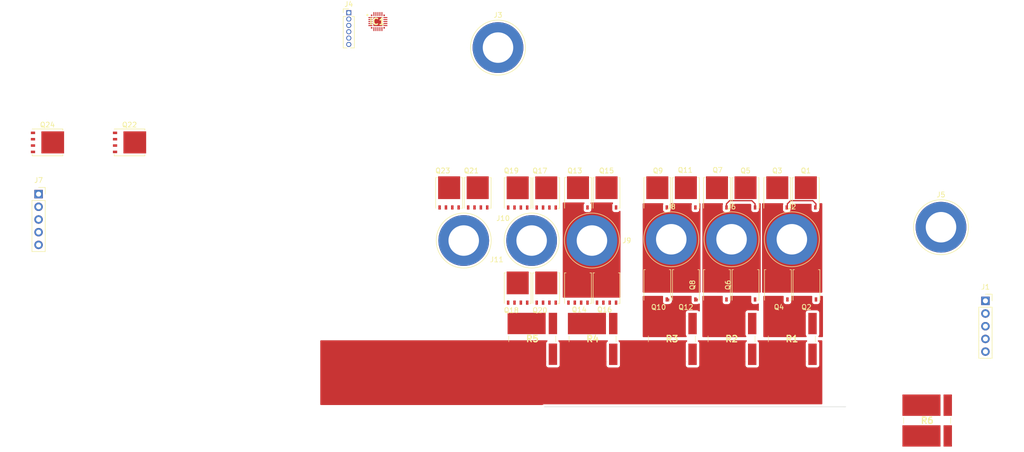
<source format=kicad_pcb>
(kicad_pcb (version 20211014) (generator pcbnew)
  (layers (0 "F.Cu" signal) (31 "B.Cu" signal) (34 "B.Paste" user) (35 "F.Paste" user) (36 "B.SilkS" user "B.Silkscreen") (37 "F.SilkS" user "F.Silkscreen") (38 "B.Mask" user) (39 "F.Mask" user) (44 "Edge.Cuts" user))
  (net 0 "")
  (net 1 "+BATT")
  (net 2 "Earth")
  (net 5 "/GND")
  (net 6 "/VDD")
  (net 7 "/RST")
  (net 22 "/EN")
  (net 23 "/COAST")
  (net 24 "/BRAKE")
  (net 25 "/PWM")
  (net 26 "/Right Hall Sensors/GND")
  (net 27 "/Right Hall Sensors/HC")
  (net 28 "/Right Hall Sensors/HB")
  (net 29 "/Right Hall Sensors/HA")
  (net 30 "/Right Hall Sensors/VDD")
  (net 31 "/Right Driver FETs/A")
  (net 32 "/Right Driver FETs/B")
  (net 33 "/Left Hall Sensors/GND")
  (net 34 "/Left Hall Sensors/HC")
  (net 35 "/Left Hall Sensors/HB")
  (net 36 "/Left Hall Sensors/HA")
  (net 37 "/Left Hall Sensors/VDD")
  (net 38 "/Right Driver FETs/C")
  (net 39 "/Left Driver FETs/A")
  (net 40 "/Left Driver FETs/B")
  (net 41 "/Left Driver FETs/C")
  (net 42 "/Right Driver FETs/AH")
  (net 43 "/Right Driver FETs/AL")
  (net 44 "/Right Driver FETs/ISA")
  (net 45 "/Right Driver FETs/BH")
  (net 46 "/Right Driver FETs/ISB")
  (net 47 "/Right Driver FETs/BL")
  (net 48 "/Right Driver FETs/CH")
  (net 49 "/Right Driver FETs/ISC")
  (net 50 "/Right Driver FETs/CL")
  (net 51 "/Left Driver FETs/AH")
  (net 52 "/Left Driver FETs/ISA")
  (net 53 "/Left Driver FETs/AL")
  (net 54 "/Left Driver FETs/BH")
  (net 55 "/Left Driver FETs/ISB")
  (net 56 "/Left Driver FETs/BL")
  (net 57 "/Left Driver FETs/CH")
  (net 58 "/Left Driver FETs/ISC")
  (net 59 "/Left Driver FETs/CL")
  (net 60 "/Right Driver FETs/ISA+")
  (net 61 "/Right Driver FETs/ISA-")
  (net 62 "/Right Driver FETs/ISB+")
  (net 63 "/Right Driver FETs/ISB-")
  (net 64 "/Right Driver FETs/ISC+")
  (net 65 "/Right Driver FETs/ISC-")
  (net 66 "/Left Driver FETs/ISA+")
  (net 67 "/Left Driver FETs/ISA-")
  (net 68 "/Left Driver FETs/ISB+")
  (net 69 "/Left Driver FETs/ISB-")
  (net 70 "/Left Driver FETs/ISC+")
  (net 71 "/Left Driver FETs/ISC-")
  (footprint "Package_TO_SOT_SMD:TDSON-8-1" (layer "F.Cu") (at 125.476 99.695 90)
    (fp_text reference "Q20" (at -4.445 -1.27 180) (layer "F.SilkS"))
    (fp_text value "BSC026N08NS5")
    (fp_line (start 3.06 2.685) (end -3.06 2.685) (layer "F.SilkS") (width 0.12))
    (fp_line (start 3.06 -2.685) (end -3.06 -2.685) (layer "F.SilkS") (width 0.12))
    (fp_line (start 3.06 -2.385) (end 3.06 -2.685) (layer "F.SilkS") (width 0.12))
    (fp_line (start -3.06 2.335) (end -3.06 2.685) (layer "F.SilkS") (width 0.12))
    (fp_line (start 3.06 2.385) (end 3.06 2.685) (layer "F.SilkS") (width 0.12))
    (pad "1" smd rect (at -2.9 -1.905 90) (size 0.85 0.5) (layers "F.Cu" "F.Paste" "F.Mask") (net 55 "/Left Driver FETs/ISB"))
    (pad "2" smd rect (at -2.9 -0.635 90) (size 0.85 0.5) (layers "F.Cu" "F.Paste" "F.Mask") (net 55 "/Left Driver FETs/ISB"))
    (pad "3" smd rect (at -2.9 0.635 90) (size 0.85 0.5) (layers "F.Cu" "F.Paste" "F.Mask") (net 55 "/Left Driver FETs/ISB"))
    (pad "4" smd rect (at -2.9 1.905 90) (size 0.85 0.5) (layers "F.Cu" "F.Paste" "F.Mask") (net 56 "/Left Driver FETs/BL"))
    (pad "5" smd rect (at 1.05 0 90) (size 4.55 4.41) (layers "F.Cu") (net 40 "/Left Driver FETs/B"))
  )
  (footprint "SamacSys_Parts:WSL36371L000DEA" (layer "F.Cu") (at 162.56 109.855)
    (fp_text reference "R2" (at 0.015 0) (layer "F.SilkS") (effects (font (size 1.27 1.27) (thickness 0.254))))
    (fp_text value "WSL36371L000DEA" hide)
    (fp_line (start 2.9 4.57) (end 3 4.57) (layer "F.SilkS") (width 0.1))
    (fp_line (start 2.9 -4.57) (end 3 -4.57) (layer "F.SilkS") (width 0.1))
    (fp_line (start -4.7 -0.6) (end -4.7 0.6) (layer "F.SilkS") (width 0.1))
    (fp_line (start 4.7 -0.6) (end 4.7 0.6) (layer "F.SilkS") (width 0.1))
    (pad "E1" smd rect locked (at 4.13 -3.075) (size 1.68 4.27) (layers "F.Cu" "F.Paste" "F.Mask") (net 62 "/Right Driver FETs/ISB+"))
    (pad "E2" smd rect locked (at 4.13 3.075) (size 1.68 4.27) (layers "F.Cu" "F.Paste" "F.Mask") (net 63 "/Right Driver FETs/ISB-"))
    (pad "L1" smd rect locked (at -1.13 -3.075 90) (size 4.27 7.62) (layers "F.Cu" "F.Paste" "F.Mask") (net 46 "/Right Driver FETs/ISB"))
    (pad "L2" smd rect locked (at -1.13 3.075 90) (size 4.27 7.62) (layers "F.Cu" "F.Paste" "F.Mask") (net 2 "Earth"))
  )
  (footprint "Package_TO_SOT_SMD:TDSON-8-1" (layer "F.Cu") (at 42.094636 70.527155)
    (fp_text reference "Q22" (at 0 -3.5) (layer "F.SilkS"))
    (fp_text value "BSC026N08NS5")
    (fp_line (start 3.06 2.385) (end 3.06 2.685) (layer "F.SilkS") (width 0.12))
    (fp_line (start -3.06 2.335) (end -3.06 2.685) (layer "F.SilkS") (width 0.12))
    (fp_line (start 3.06 -2.385) (end 3.06 -2.685) (layer "F.SilkS") (width 0.12))
    (fp_line (start 3.06 -2.685) (end -3.06 -2.685) (layer "F.SilkS") (width 0.12))
    (fp_line (start 3.06 2.685) (end -3.06 2.685) (layer "F.SilkS") (width 0.12))
    (pad "1" smd rect (at -2.9 -1.905) (size 0.85 0.5) (layers "F.Cu" "F.Paste" "F.Mask") (net 58 "/Left Driver FETs/ISC"))
    (pad "2" smd rect (at -2.9 -0.635) (size 0.85 0.5) (layers "F.Cu" "F.Paste" "F.Mask") (net 58 "/Left Driver FETs/ISC"))
    (pad "3" smd rect (at -2.9 0.635) (size 0.85 0.5) (layers "F.Cu" "F.Paste" "F.Mask") (net 58 "/Left Driver FETs/ISC"))
    (pad "4" smd rect (at -2.9 1.905) (size 0.85 0.5) (layers "F.Cu" "F.Paste" "F.Mask") (net 59 "/Left Driver FETs/CL"))
    (pad "5" smd rect (at 1.05 0) (size 4.55 4.41) (layers "F.Cu") (net 41 "/Left Driver FETs/C"))
  )
  (footprint "Connector_PinSocket_2.54mm:PinSocket_1x05_P2.54mm_Vertical" (layer "F.Cu") (at 23.894636 80.877155)
    (fp_text reference "J7" (at 0 -2.77) (layer "F.SilkS"))
    (fp_text value "Conn_01x05_Female")
    (fp_line (start 1.33 -1.33) (end 1.33 0) (layer "F.SilkS") (width 0.12))
    (fp_line (start -1.33 1.27) (end -1.33 11.49) (layer "F.SilkS") (width 0.12))
    (fp_line (start -1.33 1.27) (end 1.33 1.27) (layer "F.SilkS") (width 0.12))
    (fp_line (start -1.33 11.49) (end 1.33 11.49) (layer "F.SilkS") (width 0.12))
    (fp_line (start 0 -1.33) (end 1.33 -1.33) (layer "F.SilkS") (width 0.12))
    (fp_line (start 1.33 1.27) (end 1.33 11.49) (layer "F.SilkS") (width 0.12))
    (pad "1" thru_hole rect (at 0 0) (size 1.7 1.7) (drill 1) (layers *.Cu *.Mask) (net 33 "/Left Hall Sensors/GND"))
    (pad "2" thru_hole oval (at 0 2.54) (size 1.7 1.7) (drill 1) (layers *.Cu *.Mask) (net 34 "/Left Hall Sensors/HC"))
    (pad "3" thru_hole oval (at 0 5.08) (size 1.7 1.7) (drill 1) (layers *.Cu *.Mask) (net 35 "/Left Hall Sensors/HB"))
    (pad "4" thru_hole oval (at 0 7.62) (size 1.7 1.7) (drill 1) (layers *.Cu *.Mask) (net 36 "/Left Hall Sensors/HA"))
    (pad "5" thru_hole oval (at 0 10.16) (size 1.7 1.7) (drill 1) (layers *.Cu *.Mask) (net 37 "/Left Hall Sensors/VDD"))
  )
  (footprint "Connector:Banana_Jack_1Pin" (layer "F.Cu") (at 134.62 90.17)
    (fp_text reference "J9" (at 6.985 0) (layer "F.SilkS"))
    (fp_text value "Conn_01x01_Female")
    (fp_circle (center 0 0) (end 5.5 0) (layer "F.SilkS") (width 0.12) (fill none))
    (pad "1" thru_hole circle (at 0 0) (size 10.16 10.16) (drill 6.1) (layers *.Cu *.Mask) (net 39 "/Left Driver FETs/A"))
  )
  (footprint "Connector:Banana_Jack_1Pin" (layer "F.Cu") (at 204.47 87.503)
    (fp_text reference "J5" (at 0 -6.5) (layer "F.SilkS"))
    (fp_text value "Conn_01x01_Female")
    (fp_circle (center 0 0) (end 5.5 0) (layer "F.SilkS") (width 0.12) (fill none))
    (pad "1" thru_hole circle (at 0 0) (size 10.16 10.16) (drill 6.1) (layers *.Cu *.Mask) (net 2 "Earth"))
  )
  (footprint "Package_TO_SOT_SMD:TDSON-8-1" (layer "F.Cu") (at 131.826 80.645 90)
    (fp_text reference "Q13" (at 4.445 -0.635 180) (layer "F.SilkS"))
    (fp_text value "BSC026N08NS5")
    (fp_line (start 3.06 2.685) (end -3.06 2.685) (layer "F.SilkS") (width 0.12))
    (fp_line (start 3.06 -2.685) (end -3.06 -2.685) (layer "F.SilkS") (width 0.12))
    (fp_line (start 3.06 -2.385) (end 3.06 -2.685) (layer "F.SilkS") (width 0.12))
    (fp_line (start -3.06 2.335) (end -3.06 2.685) (layer "F.SilkS") (width 0.12))
    (fp_line (start 3.06 2.385) (end 3.06 2.685) (layer "F.SilkS") (width 0.12))
    (pad "1" smd rect (at -2.9 -1.905 90) (size 0.85 0.5) (layers "F.Cu" "F.Paste" "F.Mask") (net 39 "/Left Driver FETs/A"))
    (pad "2" smd rect (at -2.9 -0.635 90) (size 0.85 0.5) (layers "F.Cu" "F.Paste" "F.Mask") (net 39 "/Left Driver FETs/A"))
    (pad "3" smd rect (at -2.9 0.635 90) (size 0.85 0.5) (layers "F.Cu" "F.Paste" "F.Mask") (net 39 "/Left Driver FETs/A"))
    (pad "4" smd rect (at -2.9 1.905 90) (size 0.85 0.5) (layers "F.Cu" "F.Paste" "F.Mask") (net 51 "/Left Driver FETs/AH"))
    (pad "5" smd rect (at 1.05 0 90) (size 4.55 4.41) (layers "F.Cu") (net 1 "+BATT"))
  )
  (footprint "SamacSys_Parts:WSL36371L000DEA" (layer "F.Cu") (at 174.625 109.855)
    (fp_text reference "R1" (at 0.015 0) (layer "F.SilkS") (effects (font (size 1.27 1.27) (thickness 0.254))))
    (fp_text value "WSL36371L000DEA" hide)
    (fp_line (start -4.7 -0.6) (end -4.7 0.6) (layer "F.SilkS") (width 0.1))
    (fp_line (start 2.9 -4.57) (end 3 -4.57) (layer "F.SilkS") (width 0.1))
    (fp_line (start 2.9 4.57) (end 3 4.57) (layer "F.SilkS") (width 0.1))
    (fp_line (start 4.7 -0.6) (end 4.7 0.6) (layer "F.SilkS") (width 0.1))
    (pad "E1" smd rect locked (at 4.13 -3.075) (size 1.68 4.27) (layers "F.Cu" "F.Paste" "F.Mask") (net 60 "/Right Driver FETs/ISA+"))
    (pad "E2" smd rect locked (at 4.13 3.075) (size 1.68 4.27) (layers "F.Cu" "F.Paste" "F.Mask") (net 61 "/Right Driver FETs/ISA-"))
    (pad "L1" smd rect locked (at -1.13 -3.075 90) (size 4.27 7.62) (layers "F.Cu" "F.Paste" "F.Mask") (net 44 "/Right Driver FETs/ISA"))
    (pad "L2" smd rect locked (at -1.13 3.075 90) (size 4.27 7.62) (layers "F.Cu" "F.Paste" "F.Mask") (net 2 "Earth"))
  )
  (footprint "Package_TO_SOT_SMD:TDSON-8-1" (layer "F.Cu") (at 137.541 80.645 90)
    (fp_text reference "Q15" (at 4.445 0 180) (layer "F.SilkS"))
    (fp_text value "BSC026N08NS5")
    (fp_line (start 3.06 2.685) (end -3.06 2.685) (layer "F.SilkS") (width 0.12))
    (fp_line (start 3.06 2.385) (end 3.06 2.685) (layer "F.SilkS") (width 0.12))
    (fp_line (start -3.06 2.335) (end -3.06 2.685) (layer "F.SilkS") (width 0.12))
    (fp_line (start 3.06 -2.385) (end 3.06 -2.685) (layer "F.SilkS") (width 0.12))
    (fp_line (start 3.06 -2.685) (end -3.06 -2.685) (layer "F.SilkS") (width 0.12))
    (pad "1" smd rect (at -2.9 -1.905 90) (size 0.85 0.5) (layers "F.Cu" "F.Paste" "F.Mask") (net 39 "/Left Driver FETs/A"))
    (pad "2" smd rect (at -2.9 -0.635 90) (size 0.85 0.5) (layers "F.Cu" "F.Paste" "F.Mask") (net 39 "/Left Driver FETs/A"))
    (pad "3" smd rect (at -2.9 0.635 90) (size 0.85 0.5) (layers "F.Cu" "F.Paste" "F.Mask") (net 39 "/Left Driver FETs/A"))
    (pad "4" smd rect (at -2.9 1.905 90) (size 0.85 0.5) (layers "F.Cu" "F.Paste" "F.Mask") (net 51 "/Left Driver FETs/AH"))
    (pad "5" smd rect (at 1.05 0 90) (size 4.55 4.41) (layers "F.Cu") (net 1 "+BATT"))
  )
  (footprint "Package_TO_SOT_SMD:TDSON-8-1" (layer "F.Cu") (at 165.354 80.645 90)
    (fp_text reference "Q5" (at 4.445 0 180) (layer "F.SilkS"))
    (fp_text value "BSC026N08NS5")
    (fp_line (start 3.06 2.685) (end -3.06 2.685) (layer "F.SilkS") (width 0.12))
    (fp_line (start 3.06 2.385) (end 3.06 2.685) (layer "F.SilkS") (width 0.12))
    (fp_line (start 3.06 -2.385) (end 3.06 -2.685) (layer "F.SilkS") (width 0.12))
    (fp_line (start -3.06 2.335) (end -3.06 2.685) (layer "F.SilkS") (width 0.12))
    (fp_line (start 3.06 -2.685) (end -3.06 -2.685) (layer "F.SilkS") (width 0.12))
    (pad "1" smd rect (at -2.9 -1.905 90) (size 0.85 0.5) (layers "F.Cu" "F.Paste" "F.Mask") (net 32 "/Right Driver FETs/B"))
    (pad "2" smd rect (at -2.9 -0.635 90) (size 0.85 0.5) (layers "F.Cu" "F.Paste" "F.Mask") (net 32 "/Right Driver FETs/B"))
    (pad "3" smd rect (at -2.9 0.635 90) (size 0.85 0.5) (layers "F.Cu" "F.Paste" "F.Mask") (net 32 "/Right Driver FETs/B"))
    (pad "4" smd rect (at -2.9 1.905 90) (size 0.85 0.5) (layers "F.Cu" "F.Paste" "F.Mask") (net 45 "/Right Driver FETs/BH"))
    (pad "5" smd rect (at 1.05 0 90) (size 4.55 4.41) (layers "F.Cu") (net 1 "+BATT"))
  )
  (footprint "Package_TO_SOT_SMD:TDSON-8-1" (layer "F.Cu") (at 147.701 80.645 90)
    (fp_text reference "Q9" (at 4.445 0.127 180) (layer "F.SilkS"))
    (fp_text value "BSC026N08NS5")
    (fp_line (start 3.06 2.685) (end -3.06 2.685) (layer "F.SilkS") (width 0.12))
    (fp_line (start 3.06 -2.385) (end 3.06 -2.685) (layer "F.SilkS") (width 0.12))
    (fp_line (start 3.06 2.385) (end 3.06 2.685) (layer "F.SilkS") (width 0.12))
    (fp_line (start -3.06 2.335) (end -3.06 2.685) (layer "F.SilkS") (width 0.12))
    (fp_line (start 3.06 -2.685) (end -3.06 -2.685) (layer "F.SilkS") (width 0.12))
    (pad "1" smd rect (at -2.9 -1.905 90) (size 0.85 0.5) (layers "F.Cu" "F.Paste" "F.Mask") (net 38 "/Right Driver FETs/C"))
    (pad "2" smd rect (at -2.9 -0.635 90) (size 0.85 0.5) (layers "F.Cu" "F.Paste" "F.Mask") (net 38 "/Right Driver FETs/C"))
    (pad "3" smd rect (at -2.9 0.635 90) (size 0.85 0.5) (layers "F.Cu" "F.Paste" "F.Mask") (net 38 "/Right Driver FETs/C"))
    (pad "4" smd rect (at -2.9 1.905 90) (size 0.85 0.5) (layers "F.Cu" "F.Paste" "F.Mask") (net 48 "/Right Driver FETs/CH"))
    (pad "5" smd rect (at 1.05 0 90) (size 4.55 4.41) (layers "F.Cu") (net 1 "+BATT"))
  )
  (footprint "Connector:Banana_Jack_1Pin" (layer "F.Cu") (at 150.495 89.916)
    (fp_text reference "J8" (at 0 -6.5) (layer "F.SilkS"))
    (fp_text value "Conn_01x01_Female")
    (fp_circle (center 0 0) (end 5.5 0) (layer "F.SilkS") (width 0.12) (fill none))
    (pad "1" thru_hole circle (at 0 0) (size 10.16 10.16) (drill 6.1) (layers *.Cu *.Mask) (net 38 "/Right Driver FETs/C"))
  )
  (footprint "Package_TO_SOT_SMD:TDSON-8-1" (layer "F.Cu") (at 119.761 99.695 90)
    (fp_text reference "Q18" (at -4.445 -1.27 180) (layer "F.SilkS"))
    (fp_text value "BSC026N08NS5")
    (fp_line (start 3.06 2.685) (end -3.06 2.685) (layer "F.SilkS") (width 0.12))
    (fp_line (start 3.06 -2.685) (end -3.06 -2.685) (layer "F.SilkS") (width 0.12))
    (fp_line (start -3.06 2.335) (end -3.06 2.685) (layer "F.SilkS") (width 0.12))
    (fp_line (start 3.06 -2.385) (end 3.06 -2.685) (layer "F.SilkS") (width 0.12))
    (fp_line (start 3.06 2.385) (end 3.06 2.685) (layer "F.SilkS") (width 0.12))
    (pad "1" smd rect (at -2.9 -1.905 90) (size 0.85 0.5) (layers "F.Cu" "F.Paste" "F.Mask") (net 55 "/Left Driver FETs/ISB"))
    (pad "2" smd rect (at -2.9 -0.635 90) (size 0.85 0.5) (layers "F.Cu" "F.Paste" "F.Mask") (net 55 "/Left Driver FETs/ISB"))
    (pad "3" smd rect (at -2.9 0.635 90) (size 0.85 0.5) (layers "F.Cu" "F.Paste" "F.Mask") (net 55 "/Left Driver FETs/ISB"))
    (pad "4" smd rect (at -2.9 1.905 90) (size 0.85 0.5) (layers "F.Cu" "F.Paste" "F.Mask") (net 56 "/Left Driver FETs/BL"))
    (pad "5" smd rect (at 1.05 0 90) (size 4.55 4.41) (layers "F.Cu") (net 40 "/Left Driver FETs/B"))
  )
  (footprint "Package_TO_SOT_SMD:TDSON-8-1" (layer "F.Cu") (at 153.416 99.06 90)
    (fp_text reference "Q12" (at -4.445 0 180) (layer "F.SilkS"))
    (fp_text value "BSC026N08NS5")
    (fp_line (start 3.06 -2.385) (end 3.06 -2.685) (layer "F.SilkS") (width 0.12))
    (fp_line (start 3.06 2.385) (end 3.06 2.685) (layer "F.SilkS") (width 0.12))
    (fp_line (start 3.06 2.685) (end -3.06 2.685) (layer "F.SilkS") (width 0.12))
    (fp_line (start -3.06 2.335) (end -3.06 2.685) (layer "F.SilkS") (width 0.12))
    (fp_line (start 3.06 -2.685) (end -3.06 -2.685) (layer "F.SilkS") (width 0.12))
    (pad "1" smd rect (at -2.9 -1.905 90) (size 0.85 0.5) (layers "F.Cu" "F.Paste" "F.Mask") (net 49 "/Right Driver FETs/ISC"))
    (pad "2" smd rect (at -2.9 -0.635 90) (size 0.85 0.5) (layers "F.Cu" "F.Paste" "F.Mask") (net 49 "/Right Driver FETs/ISC"))
    (pad "3" smd rect (at -2.9 0.635 90) (size 0.85 0.5) (layers "F.Cu" "F.Paste" "F.Mask") (net 49 "/Right Driver FETs/ISC"))
    (pad "4" smd rect (at -2.9 1.905 90) (size 0.85 0.5) (layers "F.Cu" "F.Paste" "F.Mask") (net 50 "/Right Driver FETs/CL"))
    (pad "5" smd rect (at 1.05 0 90) (size 4.55 4.41) (layers "F.Cu") (net 38 "/Right Driver FETs/C"))
  )
  (footprint "SamacSys_Parts:WSL36371L000DEA" (layer "F.Cu") (at 201.688013 126.1897)
    (fp_text reference "R6" (at 0.015 0) (layer "F.SilkS") (effects (font (size 1.27 1.27) (thickness 0.254))))
    (fp_text value "WSL36371L000DEA" hide)
    (fp_line (start 4.7 -0.6) (end 4.7 0.6) (layer "F.SilkS") (width 0.1))
    (fp_line (start -4.7 -0.6) (end -4.7 0.6) (layer "F.SilkS") (width 0.1))
    (fp_line (start 2.9 -4.57) (end 3 -4.57) (layer "F.SilkS") (width 0.1))
    (fp_line (start 2.9 4.57) (end 3 4.57) (layer "F.SilkS") (width 0.1))
    (pad "E1" smd rect locked (at 4.13 -3.075) (size 1.68 4.27) (layers "F.Cu" "F.Paste" "F.Mask") (net 70 "/Left Driver FETs/ISC+"))
    (pad "E2" smd rect locked (at 4.13 3.075) (size 1.68 4.27) (layers "F.Cu" "F.Paste" "F.Mask") (net 71 "/Left Driver FETs/ISC-"))
    (pad "L1" smd rect locked (at -1.13 -3.075 90) (size 4.27 7.62) (layers "F.Cu" "F.Paste" "F.Mask") (net 58 "/Left Driver FETs/ISC"))
    (pad "L2" smd rect locked (at -1.13 3.075 90) (size 4.27 7.62) (layers "F.Cu" "F.Paste" "F.Mask") (net 2 "Earth"))
  )
  (footprint "Package_TO_SOT_SMD:TDSON-8-1" (layer "F.Cu") (at 25.674636 70.527155)
    (fp_text reference "Q24" (at 0 -3.5) (layer "F.SilkS"))
    (fp_text value "BSC026N08NS5")
    (fp_line (start 3.06 2.685) (end -3.06 2.685) (layer "F.SilkS") (width 0.12))
    (fp_line (start 3.06 -2.385) (end 3.06 -2.685) (layer "F.SilkS") (width 0.12))
    (fp_line (start 3.06 -2.685) (end -3.06 -2.685) (layer "F.SilkS") (width 0.12))
    (fp_line (start -3.06 2.335) (end -3.06 2.685) (layer "F.SilkS") (width 0.12))
    (fp_line (start 3.06 2.385) (end 3.06 2.685) (layer "F.SilkS") (width 0.12))
    (pad "1" smd rect (at -2.9 -1.905) (size 0.85 0.5) (layers "F.Cu" "F.Paste" "F.Mask") (net 58 "/Left Driver FETs/ISC"))
    (pad "2" smd rect (at -2.9 -0.635) (size 0.85 0.5) (layers "F.Cu" "F.Paste" "F.Mask") (net 58 "/Left Driver FETs/ISC"))
    (pad "3" smd rect (at -2.9 0.635) (size 0.85 0.5) (layers "F.Cu" "F.Paste" "F.Mask") (net 58 "/Left Driver FETs/ISC"))
    (pad "4" smd rect (at -2.9 1.905) (size 0.85 0.5) (layers "F.Cu" "F.Paste" "F.Mask") (net 59 "/Left Driver FETs/CL"))
    (pad "5" smd rect (at 1.05 0) (size 4.55 4.41) (layers "F.Cu") (net 41 "/Left Driver FETs/C"))
  )
  (footprint "Connector:Banana_Jack_1Pin" (layer "F.Cu") (at 108.966 90.17)
    (fp_text reference "J11" (at 6.604 3.81) (layer "F.SilkS"))
    (fp_text value "Conn_01x01_Female")
    (fp_circle (center 0 0) (end 5.5 0) (layer "F.SilkS") (width 0.12) (fill none))
    (pad "1" thru_hole circle (at 0 0) (size 10.16 10.16) (drill 6.1) (layers *.Cu *.Mask) (net 41 "/Left Driver FETs/C"))
  )
  (footprint "Connector:Banana_Jack_1Pin" (layer "F.Cu") (at 122.555 90.17)
    (fp_text reference "J10" (at -5.715 -4.445) (layer "F.SilkS"))
    (fp_text value "Conn_01x01_Female")
    (fp_circle (center 0 0) (end 5.5 0) (layer "F.SilkS") (width 0.12) (fill none))
    (pad "1" thru_hole circle (at 0 0) (size 10.16 10.16) (drill 6.1) (layers *.Cu *.Mask) (net 40 "/Left Driver FETs/B"))
  )
  (footprint "Package_TO_SOT_SMD:TDSON-8-1" (layer "F.Cu") (at 177.419 80.645 90)
    (fp_text reference "Q1" (at 4.445 0 180) (layer "F.SilkS"))
    (fp_text value "BSC026N08NS5")
    (fp_line (start 3.06 2.685) (end -3.06 2.685) (layer "F.SilkS") (width 0.12))
    (fp_line (start 3.06 -2.385) (end 3.06 -2.685) (layer "F.SilkS") (width 0.12))
    (fp_line (start 3.06 2.385) (end 3.06 2.685) (layer "F.SilkS") (width 0.12))
    (fp_line (start 3.06 -2.685) (end -3.06 -2.685) (layer "F.SilkS") (width 0.12))
    (fp_line (start -3.06 2.335) (end -3.06 2.685) (layer "F.SilkS") (width 0.12))
    (pad "1" smd rect (at -2.9 -1.905 90) (size 0.85 0.5) (layers "F.Cu" "F.Paste" "F.Mask") (net 31 "/Right Driver FETs/A"))
    (pad "2" smd rect (at -2.9 -0.635 90) (size 0.85 0.5) (layers "F.Cu" "F.Paste" "F.Mask") (net 31 "/Right Driver FETs/A"))
    (pad "3" smd rect (at -2.9 0.635 90) (size 0.85 0.5) (layers "F.Cu" "F.Paste" "F.Mask") (net 31 "/Right Driver FETs/A"))
    (pad "4" smd rect (at -2.9 1.905 90) (size 0.85 0.5) (layers "F.Cu" "F.Paste" "F.Mask") (net 42 "/Right Driver FETs/AH"))
    (pad "5" smd rect (at 1.05 0 90) (size 4.55 4.41) (layers "F.Cu") (net 1 "+BATT"))
  )
  (footprint "Package_TO_SOT_SMD:TDSON-8-1" (layer "F.Cu") (at 165.354 99.06 90)
    (fp_text reference "Q6" (at 0 -3.5 90) (layer "F.SilkS"))
    (fp_text value "BSC026N08NS5")
    (fp_line (start 3.06 -2.685) (end -3.06 -2.685) (layer "F.SilkS") (width 0.12))
    (fp_line (start -3.06 2.335) (end -3.06 2.685) (layer "F.SilkS") (width 0.12))
    (fp_line (start 3.06 2.685) (end -3.06 2.685) (layer "F.SilkS") (width 0.12))
    (fp_line (start 3.06 2.385) (end 3.06 2.685) (layer "F.SilkS") (width 0.12))
    (fp_line (start 3.06 -2.385) (end 3.06 -2.685) (layer "F.SilkS") (width 0.12))
    (pad "1" smd rect (at -2.9 -1.905 90) (size 0.85 0.5) (layers "F.Cu" "F.Paste" "F.Mask") (net 46 "/Right Driver FETs/ISB"))
    (pad "2" smd rect (at -2.9 -0.635 90) (size 0.85 0.5) (layers "F.Cu" "F.Paste" "F.Mask") (net 46 "/Right Driver FETs/ISB"))
    (pad "3" smd rect (at -2.9 0.635 90) (size 0.85 0.5) (layers "F.Cu" "F.Paste" "F.Mask") (net 46 "/Right Driver FETs/ISB"))
    (pad "4" smd rect (at -2.9 1.905 90) (size 0.85 0.5) (layers "F.Cu" "F.Paste" "F.Mask") (net 47 "/Right Driver FETs/BL"))
    (pad "5" smd rect (at 1.05 0 90) (size 4.55 4.41) (layers "F.Cu") (net 32 "/Right Driver FETs/B"))
  )
  (footprint "Package_TO_SOT_SMD:TDSON-8-1" (layer "F.Cu") (at 147.701 99.06 90)
    (fp_text reference "Q10" (at -4.445 0.254 180) (layer "F.SilkS"))
    (fp_text value "BSC026N08NS5")
    (fp_line (start 3.06 -2.685) (end -3.06 -2.685) (layer "F.SilkS") (width 0.12))
    (fp_line (start 3.06 2.685) (end -3.06 2.685) (layer "F.SilkS") (width 0.12))
    (fp_line (start 3.06 2.385) (end 3.06 2.685) (layer "F.SilkS") (width 0.12))
    (fp_line (start 3.06 -2.385) (end 3.06 -2.685) (layer "F.SilkS") (width 0.12))
    (fp_line (start -3.06 2.335) (end -3.06 2.685) (layer "F.SilkS") (width 0.12))
    (pad "1" smd rect (at -2.9 -1.905 90) (size 0.85 0.5) (layers "F.Cu" "F.Paste" "F.Mask") (net 49 "/Right Driver FETs/ISC"))
    (pad "2" smd rect (at -2.9 -0.635 90) (size 0.85 0.5) (layers "F.Cu" "F.Paste" "F.Mask") (net 49 "/Right Driver FETs/ISC"))
    (pad "3" smd rect (at -2.9 0.635 90) (size 0.85 0.5) (layers "F.Cu" "F.Paste" "F.Mask") (net 49 "/Right Driver FETs/ISC"))
    (pad "4" smd rect (at -2.9 1.905 90) (size 0.85 0.5) (layers "F.Cu" "F.Paste" "F.Mask") (net 50 "/Right Driver FETs/CL"))
    (pad "5" smd rect (at 1.05 0 90) (size 4.55 4.41) (layers "F.Cu") (net 38 "/Right Driver FETs/C"))
  )
  (footprint "Package_TO_SOT_SMD:TDSON-8-1" (layer "F.Cu") (at 119.761 80.66 90)
    (fp_text reference "Q19" (at 4.46 -1.27 180) (layer "F.SilkS"))
    (fp_text value "BSC026N08NS5")
    (fp_line (start 3.06 2.685) (end -3.06 2.685) (layer "F.SilkS") (width 0.12))
    (fp_line (start 3.06 -2.685) (end -3.06 -2.685) (layer "F.SilkS") (width 0.12))
    (fp_line (start 3.06 -2.385) (end 3.06 -2.685) (layer "F.SilkS") (width 0.12))
    (fp_line (start 3.06 2.385) (end 3.06 2.685) (layer "F.SilkS") (width 0.12))
    (fp_line (start -3.06 2.335) (end -3.06 2.685) (layer "F.SilkS") (width 0.12))
    (pad "1" smd rect (at -2.9 -1.905 90) (size 0.85 0.5) (layers "F.Cu" "F.Paste" "F.Mask") (net 40 "/Left Driver FETs/B"))
    (pad "2" smd rect (at -2.9 -0.635 90) (size 0.85 0.5) (layers "F.Cu" "F.Paste" "F.Mask") (net 40 "/Left Driver FETs/B"))
    (pad "3" smd rect (at -2.9 0.635 90) (size 0.85 0.5) (layers "F.Cu" "F.Paste" "F.Mask") (net 40 "/Left Driver FETs/B"))
    (pad "4" smd rect (at -2.9 1.905 90) (size 0.85 0.5) (layers "F.Cu" "F.Paste" "F.Mask") (net 54 "/Left Driver FETs/BH"))
    (pad "5" smd rect (at 1.05 0 90) (size 4.55 4.41) (layers "F.Cu") (net 1 "+BATT"))
  )
  (footprint "SamacSys_Parts:WSL36371L000DEA" (layer "F.Cu") (at 122.682 109.84)
    (fp_text reference "R5" (at 0.015 0) (layer "F.SilkS") (effects (font (size 1.27 1.27) (thickness 0.254))))
    (fp_text value "WSL36371L000DEA" hide)
    (fp_line (start 4.7 -0.6) (end 4.7 0.6) (layer "F.SilkS") (width 0.1))
    (fp_line (start -4.7 -0.6) (end -4.7 0.6) (layer "F.SilkS") (width 0.1))
    (fp_line (start 2.9 4.57) (end 3 4.57) (layer "F.SilkS") (width 0.1))
    (fp_line (start 2.9 -4.57) (end 3 -4.57) (layer "F.SilkS") (width 0.1))
    (pad "E1" smd rect locked (at 4.13 -3.075) (size 1.68 4.27) (layers "F.Cu" "F.Paste" "F.Mask") (net 68 "/Left Driver FETs/ISB+"))
    (pad "E2" smd rect locked (at 4.13 3.075) (size 1.68 4.27) (layers "F.Cu" "F.Paste" "F.Mask") (net 69 "/Left Driver FETs/ISB-"))
    (pad "L1" smd rect locked (at -1.13 -3.075 90) (size 4.27 7.62) (layers "F.Cu" "F.Paste" "F.Mask") (net 55 "/Left Driver FETs/ISB"))
    (pad "L2" smd rect locked (at -1.13 3.075 90) (size 4.27 7.62) (layers "F.Cu" "F.Paste" "F.Mask") (net 2 "Earth"))
  )
  (footprint "Package_TO_SOT_SMD:TDSON-8-1" (layer "F.Cu") (at 137.541 99.695 90)
    (fp_text reference "Q16" (at -4.318 -0.381 180) (layer "F.SilkS"))
    (fp_text value "BSC026N08NS5")
    (fp_line (start 3.06 -2.385) (end 3.06 -2.685) (layer "F.SilkS") (width 0.12))
    (fp_line (start 3.06 2.685) (end -3.06 2.685) (layer "F.SilkS") (width 0.12))
    (fp_line (start 3.06 2.385) (end 3.06 2.685) (layer "F.SilkS") (width 0.12))
    (fp_line (start 3.06 -2.685) (end -3.06 -2.685) (layer "F.SilkS") (width 0.12))
    (fp_line (start -3.06 2.335) (end -3.06 2.685) (layer "F.SilkS") (width 0.12))
    (pad "1" smd rect (at -2.9 -1.905 90) (size 0.85 0.5) (layers "F.Cu" "F.Paste" "F.Mask") (net 52 "/Left Driver FETs/ISA"))
    (pad "2" smd rect (at -2.9 -0.635 90) (size 0.85 0.5) (layers "F.Cu" "F.Paste" "F.Mask") (net 52 "/Left Driver FETs/ISA"))
    (pad "3" smd rect (at -2.9 0.635 90) (size 0.85 0.5) (layers "F.Cu" "F.Paste" "F.Mask") (net 52 "/Left Driver FETs/ISA"))
    (pad "4" smd rect (at -2.9 1.905 90) (size 0.85 0.5) (layers "F.Cu" "F.Paste" "F.Mask") (net 53 "/Left Driver FETs/AL"))
    (pad "5" smd rect (at 1.05 0 90) (size 4.55 4.41) (layers "F.Cu") (net 39 "/Left Driver FETs/A"))
  )
  (footprint "Package_TO_SOT_SMD:TDSON-8-1" (layer "F.Cu") (at 111.76 80.645 90)
    (fp_text reference "Q21" (at 4.445 -1.27 180) (layer "F.SilkS"))
    (fp_text value "BSC026N08NS5")
    (fp_line (start 3.06 2.685) (end -3.06 2.685) (layer "F.SilkS") (width 0.12))
    (fp_line (start 3.06 -2.385) (end 3.06 -2.685) (layer "F.SilkS") (width 0.12))
    (fp_line (start -3.06 2.335) (end -3.06 2.685) (layer "F.SilkS") (width 0.12))
    (fp_line (start 3.06 -2.685) (end -3.06 -2.685) (layer "F.SilkS") (width 0.12))
    (fp_line (start 3.06 2.385) (end 3.06 2.685) (layer "F.SilkS") (width 0.12))
    (pad "1" smd rect (at -2.9 -1.905 90) (size 0.85 0.5) (layers "F.Cu" "F.Paste" "F.Mask") (net 41 "/Left Driver FETs/C"))
    (pad "2" smd rect (at -2.9 -0.635 90) (size 0.85 0.5) (layers "F.Cu" "F.Paste" "F.Mask") (net 41 "/Left Driver FETs/C"))
    (pad "3" smd rect (at -2.9 0.635 90) (size 0.85 0.5) (layers "F.Cu" "F.Paste" "F.Mask") (net 41 "/Left Driver FETs/C"))
    (pad "4" smd rect (at -2.9 1.905 90) (size 0.85 0.5) (layers "F.Cu" "F.Paste" "F.Mask") (net 57 "/Left Driver FETs/CH"))
    (pad "5" smd rect (at 1.05 0 90) (size 4.55 4.41) (layers "F.Cu") (net 1 "+BATT"))
  )
  (footprint "Package_TO_SOT_SMD:TDSON-8-1" (layer "F.Cu") (at 171.704 80.645 90)
    (fp_text reference "Q3" (at 4.445 0 180) (layer "F.SilkS"))
    (fp_text value "BSC026N08NS5")
    (fp_line (start 3.06 2.385) (end 3.06 2.685) (layer "F.SilkS") (width 0.12))
    (fp_line (start 3.06 2.685) (end -3.06 2.685) (layer "F.SilkS") (width 0.12))
    (fp_line (start -3.06 2.335) (end -3.06 2.685) (layer "F.SilkS") (width 0.12))
    (fp_line (start 3.06 -2.685) (end -3.06 -2.685) (layer "F.SilkS") (width 0.12))
    (fp_line (start 3.06 -2.385) (end 3.06 -2.685) (layer "F.SilkS") (width 0.12))
    (pad "1" smd rect (at -2.9 -1.905 90) (size 0.85 0.5) (layers "F.Cu" "F.Paste" "F.Mask") (net 31 "/Right Driver FETs/A"))
    (pad "2" smd rect (at -2.9 -0.635 90) (size 0.85 0.5) (layers "F.Cu" "F.Paste" "F.Mask") (net 31 "/Right Driver FETs/A"))
    (pad "3" smd rect (at -2.9 0.635 90) (size 0.85 0.5) (layers "F.Cu" "F.Paste" "F.Mask") (net 31 "/Right Driver FETs/A"))
    (pad "4" smd rect (at -2.9 1.905 90) (size 0.85 0.5) (layers "F.Cu" "F.Paste" "F.Mask") (net 42 "/Right Driver FETs/AH"))
    (pad "5" smd rect (at 1.05 0 90) (size 4.55 4.41) (layers "F.Cu") (net 1 "+BATT"))
  )
  (footprint "Connector:Banana_Jack_1Pin" (layer "F.Cu") (at 162.56 89.916)
    (fp_text reference "J6" (at 0 -6.5) (layer "F.SilkS"))
    (fp_text value "Conn_01x01_Female")
    (fp_circle (center 0 0) (end 5.5 0) (layer "F.SilkS") (width 0.12) (fill none))
    (pad "1" thru_hole circle (at 0 0) (size 10.16 10.16) (drill 6.1) (layers *.Cu *.Mask) (net 32 "/Right Driver FETs/B"))
  )
  (footprint "SamacSys_Parts:EFM8LB11F32EBQFN24R" (layer "F.Cu") (at 91.44 46.355)
    (fp_text reference "IC1" (at 0.2 0) (layer "F.SilkS") (effects (font (size 1.27 1.27) (thickness 0.254))))
    (fp_text value "EFM8LB11F32E-C-QFN24" hide)
    (fp_line (start -1.75 -1.4) (end -1.75 -1.4) (layer "F.SilkS") (width 0.2))
    (fp_line (start -1.75 -1.2) (end -1.75 -1.2) (layer "F.SilkS") (width 0.2))
    (fp_arc (start -1.75 -1.4) (mid -1.65 -1.3) (end -1.75 -1.2) (layer "F.SilkS") (width 0.2))
    (fp_arc (start -1.75 -1.2) (mid -1.85 -1.3) (end -1.75 -1.4) (layer "F.SilkS") (width 0.2))
    (pad "1" smd rect locked (at -0.9 -1.25 90) (size 0.3 0.3) (layers "F.Cu" "F.Paste" "F.Mask"))
    (pad "2" smd rect locked (at -1.15 -0.8 90) (size 0.2 0.8) (layers "F.Cu" "F.Paste" "F.Mask"))
    (pad "3" smd rect locked (at -1.15 -0.4 90) (size 0.2 0.8) (layers "F.Cu" "F.Paste" "F.Mask") (net 5 "/GND"))
    (pad "4" smd rect locked (at -1.15 0 90) (size 0.2 0.8) (layers "F.Cu" "F.Paste" "F.Mask") (net 6 "/VDD"))
    (pad "5" smd rect locked (at -1.15 0.4 90) (size 0.2 0.8) (layers "F.Cu" "F.Paste" "F.Mask") (net 7 "/RST"))
    (pad "6" smd rect locked (at -1.15 0.8 90) (size 0.2 0.8) (layers "F.Cu" "F.Paste" "F.Mask"))
    (pad "7" smd rect locked (at -0.9 1.25 90) (size 0.3 0.3) (layers "F.Cu" "F.Paste" "F.Mask"))
    (pad "8" smd rect locked (at -0.45 1.5) (size 0.2 0.8) (layers "F.Cu" "F.Paste" "F.Mask") (net 22 "/EN"))
    (pad "9" smd rect locked (at -0.05 1.5) (size 0.2 0.8) (layers "F.Cu" "F.Paste" "F.Mask") (net 23 "/COAST"))
    (pad "10" smd rect locked (at 0.35 1.5) (size 0.2 0.8) (layers "F.Cu" "F.Paste" "F.Mask") (net 24 "/BRAKE"))
    (pad "11" smd rect locked (at 0.75 1.5) (size 0.2 0.8) (layers "F.Cu" "F.Paste" "F.Mask") (net 25 "/PWM"))
    (pad "12" smd rect locked (at 1.15 1.5) (size 0.2 0.8) (layers "F.Cu" "F.Paste" "F.Mask"))
    (pad "13" smd rect locked (at 1.6 1.25 90) (size 0.3 0.3) (layers "F.Cu" "F.Paste" "F.Mask"))
    (pad "14" smd rect locked (at 1.85 0.8 90) (size 0.2 0.8) (layers "F.Cu" "F.Paste" "F.Mask"))
    (pad "15" smd rect locked (at 1.85 0.4 90) (size 0.2 0.8) (layers "F.Cu" "F.Paste" "F.Mask") (net 5 "/GND"))
    (pad "16" smd rect locked (at 1.85 0 90) (size 0.2 0.8) (layers "F.Cu" "F.Paste" "F.Mask"))
    (pad "17" smd rect locked (at 1.85 -0.4 90) (size 0.2 0.8) (layers "F.Cu" "F.Paste" "F.Mask"))
    (pad "18" smd rect locked (at 1.85 -0.8 90) (size 0.2 0.8) (layers "F.Cu" "F.Paste" "F.Mask"))
    (pad "19" smd rect locked (at 1.6 -1.25 90) (size 0.3 0.3) (layers "F.Cu" "F.Paste" "F.Mask"))
    (pad "20" smd rect locked (at 1.15 -1.5) (size 0.2 0.8) (layers "F.Cu" "F.Paste" "F.Mask"))
    (pad "21" smd rect locked (at 0.75 -1.5) (size 0.2 0.8) (layers "F.Cu" "F.Paste" "F.Mask"))
    (pad "22" smd rect locked (at 0.35 -1.5) (size 0.2 0.8) (layers "F.Cu" "F.Paste" "F.Mask"))
    (pad "23" smd rect locked (at -0.05 -1.5) (size 0.2 0.8) (layers "F.Cu" "F.Paste" "F.Mask"))
    (pad "24" smd rect locked (at -0.45 -1.5) (size 0.2 0.8) (layers "F.Cu" "F.Paste" "F.Mask"))
    (pad "25" smd rect locked (at 0.35 0 90) (size 1.8 1.8) (layers "F.Cu" "F.Paste" "F.Mask") (net 5 "/GND"))
  )
  (footprint "Connector:Banana_Jack_1Pin" (layer "F.Cu") (at 174.625 89.916)
    (fp_text reference "J2" (at 0 -6.5) (layer "F.SilkS"))
    (fp_text value "Conn_01x01_Female")
    (fp_circle (center 0 0) (end 5.5 0) (layer "F.SilkS") (width 0.12) (fill none))
    (pad "1" thru_hole circle (at 0 0) (size 10.16 10.16) (drill 6.1) (layers *.Cu *.Mask) (net 31 "/Right Driver FETs/A"))
  )
  (footprint "Package_TO_SOT_SMD:TDSON-8-1" (layer "F.Cu") (at 125.476 80.66 90)
    (fp_text reference "Q17" (at 4.445 -1.27 180) (layer "F.SilkS"))
    (fp_text value "BSC026N08NS5")
    (fp_line (start 3.06 2.385) (end 3.06 2.685) (layer "F.SilkS") (width 0.12))
    (fp_line (start 3.06 -2.685) (end -3.06 -2.685) (layer "F.SilkS") (width 0.12))
    (fp_line (start 3.06 2.685) (end -3.06 2.685) (layer "F.SilkS") (width 0.12))
    (fp_line (start 3.06 -2.385) (end 3.06 -2.685) (layer "F.SilkS") (width 0.12))
    (fp_line (start -3.06 2.335) (end -3.06 2.685) (layer "F.SilkS") (width 0.12))
    (pad "1" smd rect (at -2.9 -1.905 90) (size 0.85 0.5) (layers "F.Cu" "F.Paste" "F.Mask") (net 40 "/Left Driver FETs/B"))
    (pad "2" smd rect (at -2.9 -0.635 90) (size 0.85 0.5) (layers "F.Cu" "F.Paste" "F.Mask") (net 40 "/Left Driver FETs/B"))
    (pad "3" smd rect (at -2.9 0.635 90) (size 0.85 0.5) (layers "F.Cu" "F.Paste" "F.Mask") (net 40 "/Left Driver FETs/B"))
    (pad "4" smd rect (at -2.9 1.905 90) (size 0.85 0.5) (layers "F.Cu" "F.Paste" "F.Mask") (net 54 "/Left Driver FETs/BH"))
    (pad "5" smd rect (at 1.05 0 90) (size 4.55 4.41) (layers "F.Cu") (net 1 "+BATT"))
  )
  (footprint "Package_TO_SOT_SMD:TDSON-8-1" (layer "F.Cu") (at 131.826 99.695 90)
    (fp_text reference "Q14" (at -4.318 0.254 180) (layer "F.SilkS"))
    (fp_text value "BSC026N08NS5")
    (fp_line (start 3.06 2.685) (end -3.06 2.685) (layer "F.SilkS") (width 0.12))
    (fp_line (start -3.06 2.335) (end -3.06 2.685) (layer "F.SilkS") (width 0.12))
    (fp_line (start 3.06 -2.385) (end 3.06 -2.685) (layer "F.SilkS") (width 0.12))
    (fp_line (start 3.06 2.385) (end 3.06 2.685) (layer "F.SilkS") (width 0.12))
    (fp_line (start 3.06 -2.685) (end -3.06 -2.685) (layer "F.SilkS") (width 0.12))
    (pad "1" smd rect (at -2.9 -1.905 90) (size 0.85 0.5) (layers "F.Cu" "F.Paste" "F.Mask") (net 52 "/Left Driver FETs/ISA"))
    (pad "2" smd rect (at -2.9 -0.635 90) (size 0.85 0.5) (layers "F.Cu" "F.Paste" "F.Mask") (net 52 "/Left Driver FETs/ISA"))
    (pad "3" smd rect (at -2.9 0.635 90) (size 0.85 0.5) (layers "F.Cu" "F.Paste" "F.Mask") (net 52 "/Left Driver FETs/ISA"))
    (pad "4" smd rect (at -2.9 1.905 90) (size 0.85 0.5) (layers "F.Cu" "F.Paste" "F.Mask") (net 53 "/Left Driver FETs/AL"))
    (pad "5" smd rect (at 1.05 0 90) (size 4.55 4.41) (layers "F.Cu") (net 39 "/Left Driver FETs/A"))
  )
  (footprint "Connector_PinSocket_2.54mm:PinSocket_1x05_P2.54mm_Vertical" (layer "F.Cu") (at 213.36 102.235)
    (fp_text reference "J1" (at 0 -2.77) (layer "F.SilkS"))
    (fp_text value "Conn_01x05_Female")
    (fp_line (start 1.33 -1.33) (end 1.33 0) (layer "F.SilkS") (width 0.12))
    (fp_line (start 0 -1.33) (end 1.33 -1.33) (layer "F.SilkS") (width 0.12))
    (fp_line (start -1.33 1.27) (end -1.33 11.49) (layer "F.SilkS") (width 0.12))
    (fp_line (start -1.33 11.49) (end 1.33 11.49) (layer "F.SilkS") (width 0.12))
    (fp_line (start 1.33 1.27) (end 1.33 11.49) (layer "F.SilkS") (width 0.12))
    (fp_line (start -1.33 1.27) (end 1.33 1.27) (layer "F.SilkS") (width 0.12))
    (pad "1" thru_hole rect (at 0 0) (size 1.7 1.7) (drill 1) (layers *.Cu *.Mask) (net 26 "/Right Hall Sensors/GND"))
    (pad "2" thru_hole oval (at 0 2.54) (size 1.7 1.7) (drill 1) (layers *.Cu *.Mask) (net 27 "/Right Hall Sensors/HC"))
    (pad "3" thru_hole oval (at 0 5.08) (size 1.7 1.7) (drill 1) (layers *.Cu *.Mask) (net 28 "/Right Hall Sensors/HB"))
    (pad "4" thru_hole oval (at 0 7.62) (size 1.7 1.7) (drill 1) (layers *.Cu *.Mask) (net 29 "/Right Hall Sensors/HA"))
    (pad "5" thru_hole oval (at 0 10.16) (size 1.7 1.7) (drill 1) (layers *.Cu *.Mask) (net 30 "/Right Hall Sensors/VDD"))
  )
  (footprint "Connector_PinHeader_1.27mm:PinHeader_1x06_P1.27mm_Vertical" (layer "F.Cu") (at 85.965 44.58)
    (fp_text reference "J4" (at 0 -1.695) (layer "F.SilkS"))
    (fp_text value "Conn_01x06_Female")
    (fp_line (start 1.11 0.76) (end 1.11 7.045) (layer "F.SilkS") (width 0.12))
    (fp_line (start -1.11 0.76) (end -1.11 7.045) (layer "F.SilkS") (width 0.12))
    (fp_line (start 0.30753 7.045) (end 1.11 7.045) (layer "F.SilkS") (width 0.12))
    (fp_line (start -1.11 -0.76) (end 0 -0.76) (layer "F.SilkS") (width 0.12))
    (fp_line (start -1.11 0.76) (end -0.563471 0.76) (layer "F.SilkS") (width 0.12))
    (fp_line (start -1.11 0) (end -1.11 -0.76) (layer "F.SilkS") (width 0.12))
    (fp_line (start -1.11 7.045) (end -0.30753 7.045) (layer "F.SilkS") (width 0.12))
    (fp_line (start 0.563471 0.76) (end 1.11 0.76) (layer "F.SilkS") (width 0.12))
    (pad "1" thru_hole rect (at 0 0) (size 1 1) (drill 0.65) (layers *.Cu *.Mask) (net 5 "/GND"))
    (pad "2" thru_hole oval (at 0 1.27) (size 1 1) (drill 0.65) (layers *.Cu *.Mask) (net 22 "/EN"))
    (pad "3" thru_hole oval (at 0 2.54) (size 1 1) (drill 0.65) (layers *.Cu *.Mask) (net 23 "/COAST"))
    (pad "4" thru_hole oval (at 0 3.81) (size 1 1) (drill 0.65) (layers *.Cu *.Mask) (net 24 "/BRAKE"))
    (pad "5" thru_hole oval (at 0 5.08) (size 1 1) (drill 0.65) (layers *.Cu *.Mask) (net 25 "/PWM"))
    (pad "6" thru_hole oval (at 0 6.35) (size 1 1) (drill 0.65) (layers *.Cu *.Mask) (net 6 "/VDD"))
  )
  (footprint "Package_TO_SOT_SMD:TDSON-8-1" (layer "F.Cu") (at 159.639 80.645 90)
    (fp_text reference "Q7" (at 4.572 0.127 180) (layer "F.SilkS"))
    (fp_text value "BSC026N08NS5")
    (fp_line (start -3.06 2.335) (end -3.06 2.685) (layer "F.SilkS") (width 0.12))
    (fp_line (start 3.06 2.685) (end -3.06 2.685) (layer "F.SilkS") (width 0.12))
    (fp_line (start 3.06 2.385) (end 3.06 2.685) (layer "F.SilkS") (width 0.12))
    (fp_line (start 3.06 -2.685) (end -3.06 -2.685) (layer "F.SilkS") (width 0.12))
    (fp_line (start 3.06 -2.385) (end 3.06 -2.685) (layer "F.SilkS") (width 0.12))
    (pad "1" smd rect (at -2.9 -1.905 90) (size 0.85 0.5) (layers "F.Cu" "F.Paste" "F.Mask") (net 32 "/Right Driver FETs/B"))
    (pad "2" smd rect (at -2.9 -0.635 90) (size 0.85 0.5) (layers "F.Cu" "F.Paste" "F.Mask") (net 32 "/Right Driver FETs/B"))
    (pad "3" smd rect (at -2.9 0.635 90) (size 0.85 0.5) (layers "F.Cu" "F.Paste" "F.Mask") (net 32 "/Right Driver FETs/B"))
    (pad "4" smd rect (at -2.9 1.905 90) (size 0.85 0.5) (layers "F.Cu" "F.Paste" "F.Mask") (net 45 "/Right Driver FETs/BH"))
    (pad "5" smd rect (at 1.05 0 90) (size 4.55 4.41) (layers "F.Cu") (net 1 "+BATT"))
  )
  (footprint "SamacSys_Parts:WSL36371L000DEA" (layer "F.Cu") (at 150.622 109.855)
    (fp_text reference "R3" (at 0.015 0) (layer "F.SilkS") (effects (font (size 1.27 1.27) (thickness 0.254))))
    (fp_text value "WSL36371L000DEA" hide)
    (fp_line (start 2.9 4.57) (end 3 4.57) (layer "F.SilkS") (width 0.1))
    (fp_line (start 2.9 -4.57) (end 3 -4.57) (layer "F.SilkS") (width 0.1))
    (fp_line (start -4.7 -0.6) (end -4.7 0.6) (layer "F.SilkS") (width 0.1))
    (fp_line (start 4.7 -0.6) (end 4.7 0.6) (layer "F.SilkS") (width 0.1))
    (pad "E1" smd rect locked (at 4.13 -3.075) (size 1.68 4.27) (layers "F.Cu" "F.Paste" "F.Mask") (net 64 "/Right Driver FETs/ISC+"))
    (pad "E2" smd rect locked (at 4.13 3.075) (size 1.68 4.27) (layers "F.Cu" "F.Paste" "F.Mask") (net 65 "/Right Driver FETs/ISC-"))
    (pad "L1" smd rect locked (at -1.13 -3.075 90) (size 4.27 7.62) (layers "F.Cu" "F.Paste" "F.Mask") (net 49 "/Right Driver FETs/ISC"))
    (pad "L2" smd rect locked (at -1.13 3.075 90) (size 4.27 7.62) (layers "F.Cu" "F.Paste" "F.Mask") (net 2 "Earth"))
  )
  (footprint "Package_TO_SOT_SMD:TDSON-8-1" (layer "F.Cu") (at 177.546 99.06 90)
    (fp_text reference "Q2" (at -4.445 0 180) (layer "F.SilkS"))
    (fp_text value "BSC026N08NS5")
    (fp_line (start 3.06 2.685) (end -3.06 2.685) (layer "F.SilkS") (width 0.12))
    (fp_line (start 3.06 2.385) (end 3.06 2.685) (layer "F.SilkS") (width 0.12))
    (fp_line (start -3.06 2.335) (end -3.06 2.685) (layer "F.SilkS") (width 0.12))
    (fp_line (start 3.06 -2.685) (end -3.06 -2.685) (layer "F.SilkS") (width 0.12))
    (fp_line (start 3.06 -2.385) (end 3.06 -2.685) (layer "F.SilkS") (width 0.12))
    (pad "1" smd rect (at -2.9 -1.905 90) (size 0.85 0.5) (layers "F.Cu" "F.Paste" "F.Mask") (net 44 "/Right Driver FETs/ISA"))
    (pad "2" smd rect (at -2.9 -0.635 90) (size 0.85 0.5) (layers "F.Cu" "F.Paste" "F.Mask") (net 44 "/Right Driver FETs/ISA"))
    (pad "3" smd rect (at -2.9 0.635 90) (size 0.85 0.5) (layers "F.Cu" "F.Paste" "F.Mask") (net 44 "/Right Driver FETs/ISA"))
    (pad "4" smd rect (at -2.9 1.905 90) (size 0.85 0.5) (layers "F.Cu" "F.Paste" "F.Mask") (net 43 "/Right Driver FETs/AL"))
    (pad "5" smd rect (at 1.05 0 90) (size 4.55 4.41) (layers "F.Cu") (net 31 "/Right Driver FETs/A"))
  )
  (footprint "Package_TO_SOT_SMD:TDSON-8-1" (layer "F.Cu") (at 106.045 80.645 90)
    (fp_text reference "Q23" (at 4.445 -1.27 180) (layer "F.SilkS"))
    (fp_text value "BSC026N08NS5")
    (fp_line (start 3.06 -2.385) (end 3.06 -2.685) (layer "F.SilkS") (width 0.12))
    (fp_line (start 3.06 2.385) (end 3.06 2.685) (layer "F.SilkS") (width 0.12))
    (fp_line (start 3.06 -2.685) (end -3.06 -2.685) (layer "F.SilkS") (width 0.12))
    (fp_line (start 3.06 2.685) (end -3.06 2.685) (layer "F.SilkS") (width 0.12))
    (fp_line (start -3.06 2.335) (end -3.06 2.685) (layer "F.SilkS") (width 0.12))
    (pad "1" smd rect (at -2.9 -1.905 90) (size 0.85 0.5) (layers "F.Cu" "F.Paste" "F.Mask") (net 41 "/Left Driver FETs/C"))
    (pad "2" smd rect (at -2.9 -0.635 90) (size 0.85 0.5) (layers "F.Cu" "F.Paste" "F.Mask") (net 41 "/Left Driver FETs/C"))
    (pad "3" smd rect (at -2.9 0.635 90) (size 0.85 0.5) (layers "F.Cu" "F.Paste" "F.Mask") (net 41 "/Left Driver FETs/C"))
    (pad "4" smd rect (at -2.9 1.905 90) (size 0.85 0.5) (layers "F.Cu" "F.Paste" "F.Mask") (net 57 "/Left Driver FETs/CH"))
    (pad "5" smd rect (at 1.05 0 90) (size 4.55 4.41) (layers "F.Cu") (net 1 "+BATT"))
  )
  (footprint "Connector:Banana_Jack_1Pin" (layer "F.Cu") (at 115.824 51.562)
    (fp_text reference "J3" (at 0 -6.5) (layer "F.SilkS"))
    (fp_text value "Conn_01x01_Female")
    (fp_circle (center 0 0) (end 5.5 0) (layer "F.SilkS") (width 0.12) (fill none))
    (pad "1" thru_hole circle (at 0 0) (size 10.16 10.16) (drill 6.1) (layers *.Cu *.Mask) (net 1 "+BATT"))
  )
  (footprint "Package_TO_SOT_SMD:TDSON-8-1" (layer "F.Cu") (at 159.639 99.06 90)
    (fp_text reference "Q8" (at 0 -4.897 90) (layer "F.SilkS"))
    (fp_text value "BSC026N08NS5")
    (fp_line (start 3.06 2.685) (end -3.06 2.685) (layer "F.SilkS") (width 0.12))
    (fp_line (start 3.06 -2.385) (end 3.06 -2.685) (layer "F.SilkS") (width 0.12))
    (fp_line (start 3.06 2.385) (end 3.06 2.685) (layer "F.SilkS") (width 0.12))
    (fp_line (start 3.06 -2.685) (end -3.06 -2.685) (layer "F.SilkS") (width 0.12))
    (fp_line (start -3.06 2.335) (end -3.06 2.685) (layer "F.SilkS") (width 0.12))
    (pad "1" smd rect (at -2.9 -1.905 90) (size 0.85 0.5) (layers "F.Cu" "F.Paste" "F.Mask") (net 46 "/Right Driver FETs/ISB"))
    (pad "2" smd rect (at -2.9 -0.635 90) (size 0.85 0.5) (layers "F.Cu" "F.Paste" "F.Mask") (net 46 "/Right Driver FETs/ISB"))
    (pad "3" smd rect (at -2.9 0.635 90) (size 0.85 0.5) (layers "F.Cu" "F.Paste" "F.Mask") (net 46 "/Right Driver FETs/ISB"))
    (pad "4" smd rect (at -2.9 1.905 90) (size 0.85 0.5) (layers "F.Cu" "F.Paste" "F.Mask") (net 47 "/Right Driver FETs/BL"))
    (pad "5" smd rect (at 1.05 0 90) (size 4.55 4.41) (layers "F.Cu") (net 32 "/Right Driver FETs/B"))
  )
  (footprint "Package_TO_SOT_SMD:TDSON-8-1" (layer "F.Cu") (at 153.416 80.645 90)
    (fp_text reference "Q11" (at 4.572 -0.127 180) (layer "F.SilkS"))
    (fp_text value "BSC026N08NS5")
    (fp_line (start 3.06 -2.385) (end 3.06 -2.685) (layer "F.SilkS") (width 0.12))
    (fp_line (start 3.06 2.385) (end 3.06 2.685) (layer "F.SilkS") (width 0.12))
    (fp_line (start 3.06 -2.685) (end -3.06 -2.685) (layer "F.SilkS") (width 0.12))
    (fp_line (start 3.06 2.685) (end -3.06 2.685) (layer "F.SilkS") (width 0.12))
    (fp_line (start -3.06 2.335) (end -3.06 2.685) (layer "F.SilkS") (width 0.12))
    (pad "1" smd rect (at -2.9 -1.905 90) (size 0.85 0.5) (layers "F.Cu" "F.Paste" "F.Mask") (net 38 "/Right Driver FETs/C"))
    (pad "2" smd rect (at -2.9 -0.635 90) (size 0.85 0.5) (layers "F.Cu" "F.Paste" "F.Mask") (net 38 "/Right Driver FETs/C"))
    (pad "3" smd rect (at -2.9 0.635 90) (size 0.85 0.5) (layers "F.Cu" "F.Paste" "F.Mask") (net 38 "/Right Driver FETs/C"))
    (pad "4" smd rect (at -2.9 1.905 90) (size 0.85 0.5) (layers "F.Cu" "F.Paste" "F.Mask") (net 48 "/Right Driver FETs/CH"))
    (pad "5" smd rect (at 1.05 0 90) (size 4.55 4.41) (layers "F.Cu") (net 1 "+BATT"))
  )
  (footprint "Package_TO_SOT_SMD:TDSON-8-1" (layer "F.Cu") (at 171.831 99.06 90)
    (fp_text reference "Q4" (at -4.43 0.215 180) (layer "F.SilkS"))
    (fp_text value "BSC026N08NS5")
    (fp_line (start 3.06 -2.685) (end -3.06 -2.685) (layer "F.SilkS") (width 0.12))
    (fp_line (start -3.06 2.335) (end -3.06 2.685) (layer "F.SilkS") (width 0.12))
    (fp_line (start 3.06 2.685) (end -3.06 2.685) (layer "F.SilkS") (width 0.12))
    (fp_line (start 3.06 -2.385) (end 3.06 -2.685) (layer "F.SilkS") (width 0.12))
    (fp_line (start 3.06 2.385) (end 3.06 2.685) (layer "F.SilkS") (width 0.12))
    (pad "1" smd rect (at -2.9 -1.905 90) (size 0.85 0.5) (layers "F.Cu" "F.Paste" "F.Mask") (net 44 "/Right Driver FETs/ISA"))
    (pad "2" smd rect (at -2.900006 -0.635011 90) (size 0.85 0.5) (layers "F.Cu" "F.Paste" "F.Mask") (net 44 "/Right Driver FETs/ISA"))
    (pad "3" smd rect (at -2.9 0.635 90) (size 0.85 0.5) (layers "F.Cu" "F.Paste" "F.Mask") (net 44 "/Right Driver FETs/ISA"))
    (pad "4" smd rect (at -2.9 1.905 90) (size 0.85 0.5) (layers "F.Cu" "F.Paste" "F.Mask") (net 43 "/Right Driver FETs/AL"))
    (pad "5" smd rect (at 1.05 0 90) (size 4.55 4.41) (layers "F.Cu") (net 31 "/Right Driver FETs/A"))
  )
  (footprint "SamacSys_Parts:WSL36371L000DEA" (layer "F.Cu") (at 134.747 109.855)
    (fp_text reference "R4" (at 0.015 0) (layer "F.SilkS") (effects (font (size 1.27 1.27) (thickness 0.254))))
    (fp_text value "WSL36371L000DEA" hide)
    (fp_line (start 2.9 -4.57) (end 3 -4.57) (layer "F.SilkS") (width 0.1))
    (fp_line (start 4.7 -0.6) (end 4.7 0.6) (layer "F.SilkS") (width 0.1))
    (fp_line (start -4.7 -0.6) (end -4.7 0.6) (layer "F.SilkS") (width 0.1))
    (fp_line (start 2.9 4.57) (end 3 4.57) (layer "F.SilkS") (width 0.1))
    (pad "E1" smd rect locked (at 4.13 -3.075) (size 1.68 4.27) (layers "F.Cu" "F.Paste" "F.Mask") (net 66 "/Left Driver FETs/ISA+"))
    (pad "E2" smd rect locked (at 4.13 3.075) (size 1.68 4.27) (layers "F.Cu" "F.Paste" "F.Mask") (net 67 "/Left Driver FETs/ISA-"))
    (pad "L1" smd rect locked (at -1.13 -3.075 90) (size 4.27 7.62) (layers "F.Cu" "F.Paste" "F.Mask") (net 52 "/Left Driver FETs/ISA"))
    (pad "L2" smd rect locked (at -1.13 3.075 90) (size 4.27 7.62) (layers "F.Cu" "F.Paste" "F.Mask") (net 2 "Earth"))
  )
  (gr_line (start 125.095 123.444) (end 185.42 123.444) (layer "Edge.Cuts") (width 0.1))
  (segment (start 149.987 102.235) (end 149.987 101.875) (width 0.25) (layer "F.Cu") (net 0))
  (segment (start 155.702 101.875) (end 155.702 102.235) (width 0.25) (layer "F.Cu") (net 0))
  (segment (start 174.371 82.19) (end 178.816 82.19) (width 0.25) (layer "F.Cu") (net 42))
  (segment (start 179.451 82.825) (end 179.451 83.185) (width 0.25) (layer "F.Cu") (net 42))
  (segment (start 173.736 82.825) (end 174.371 82.19) (width 0.25) (layer "F.Cu") (net 42))
  (segment (start 173.736 83.185) (end 173.736 82.825) (width 0.25) (layer "F.Cu") (net 42))
  (segment (start 178.816 82.19) (end 179.451 82.825) (width 0.25) (layer "F.Cu") (net 42))
  (segment (start 179.451 101.875) (end 179.451 102.235) (width 0.25) (layer "F.Cu") (net 43))
  (segment (start 173.736 102.235) (end 173.736 101.875) (width 0.25) (layer "F.Cu") (net 43))
  (segment (start 162.179 82.19) (end 166.624 82.19) (width 0.25) (layer "F.Cu") (net 45))
  (segment (start 167.259 82.825) (end 167.259 83.185) (width 0.25) (layer "F.Cu") (net 45))
  (segment (start 161.544 82.825) (end 162.179 82.19) (width 0.25) (layer "F.Cu") (net 45))
  (segment (start 161.544 83.185) (end 161.544 82.825) (width 0.25) (layer "F.Cu") (net 45))
  (segment (start 166.624 82.19) (end 167.259 82.825) (width 0.25) (layer "F.Cu") (net 45))
  (segment (start 161.544 102.235) (end 161.544 101.875) (width 0.25) (layer "F.Cu") (net 47))
  (zone (net 31) (net_name "/Right Driver FETs/A") (layer "F.Cu") (connect_pads yes (clearance 0.508)) (min_thickness 0.254) (fill yes (thermal_gap 0.508) (thermal_bridge_width 0.508))
    (polygon (pts (xy 180.721 100.605) (xy 168.656 100.605) (xy 168.656 82.19) (xy 180.721 82.19)))
  )
  (zone (net 38) (net_name "/Right Driver FETs/C") (layer "F.Cu") (connect_pads yes (clearance 0.508)) (min_thickness 0.254) (fill yes (thermal_gap 0.508) (thermal_bridge_width 0.508))
    (polygon (pts (xy 156.337 100.605) (xy 144.78 100.605) (xy 144.78 82.19) (xy 156.337 82.19)))
  )
  (zone (net 39) (net_name "/Left Driver FETs/A") (layer "F.Cu") (priority 1) (connect_pads yes (clearance 0.508)) (min_thickness 0.254) (fill yes (thermal_gap 0.508) (thermal_bridge_width 0.508))
    (polygon (pts (xy 140.335 101.6) (xy 128.778 101.6) (xy 128.778 82.55) (xy 140.335 82.55)))
  )
  (zone (net 32) (net_name "/Right Driver FETs/B") (layer "F.Cu") (connect_pads yes (clearance 0.508)) (min_thickness 0.254) (fill yes (thermal_gap 0.508) (thermal_bridge_width 0.508))
    (polygon (pts (xy 168.402 100.605) (xy 156.718 100.584) (xy 156.718 82.19) (xy 168.402 82.19)))
  )
  (zone (net 49) (net_name "/Right Driver FETs/ISC") (layer "F.Cu") (priority 1) (connect_pads yes (clearance 0.508)) (min_thickness 0.254) (fill yes (thermal_gap 0.508) (thermal_bridge_width 0.508))
    (polygon (pts (xy 156.21 109.495) (xy 144.78 109.495) (xy 144.78 101.24) (xy 156.21 101.24)))
  )
  (zone (net 2) (net_name "Earth") (layer "F.Cu") (connect_pads yes (clearance 0.508)) (min_thickness 0.254) (fill yes (thermal_gap 0.508) (thermal_bridge_width 0.508))
    (polygon (pts (xy 180.721 123.084) (xy 80.264 123.084) (xy 80.264 110.13) (xy 180.721 110.13)))
  )
  (zone (net 46) (net_name "/Right Driver FETs/ISB") (layer "F.Cu") (priority 1) (connect_pads yes (clearance 0.508)) (min_thickness 0.254) (fill yes (thermal_gap 0.508) (thermal_bridge_width 0.508))
    (polygon (pts (xy 168.021 109.495) (xy 156.718 109.495) (xy 156.718 101.24) (xy 168.021 101.24)))
  )
  (zone (net 44) (net_name "/Right Driver FETs/ISA") (layer "F.Cu") (connect_pads yes (clearance 0.508)) (min_thickness 0.254) (fill yes (thermal_gap 0.508) (thermal_bridge_width 0.508))
    (polygon (pts (xy 180.848 109.495) (xy 168.91 109.495) (xy 168.91 101.24) (xy 180.848 101.24)))
  )
)
</source>
